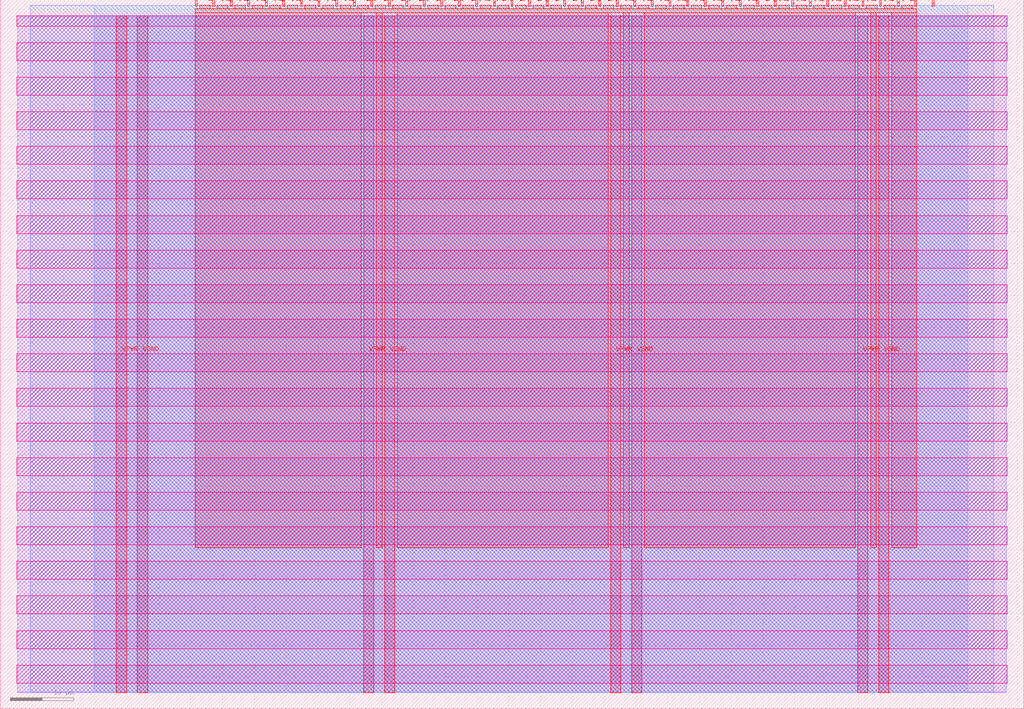
<source format=lef>
VERSION 5.7 ;
  NOWIREEXTENSIONATPIN ON ;
  DIVIDERCHAR "/" ;
  BUSBITCHARS "[]" ;
MACRO tt_um_hack_cpu
  CLASS BLOCK ;
  FOREIGN tt_um_hack_cpu ;
  ORIGIN 0.000 0.000 ;
  SIZE 161.000 BY 111.520 ;
  PIN VGND
    DIRECTION INOUT ;
    USE GROUND ;
    PORT
      LAYER met4 ;
        RECT 21.580 2.480 23.180 109.040 ;
    END
    PORT
      LAYER met4 ;
        RECT 60.450 2.480 62.050 109.040 ;
    END
    PORT
      LAYER met4 ;
        RECT 99.320 2.480 100.920 109.040 ;
    END
    PORT
      LAYER met4 ;
        RECT 138.190 2.480 139.790 109.040 ;
    END
  END VGND
  PIN VPWR
    DIRECTION INOUT ;
    USE POWER ;
    PORT
      LAYER met4 ;
        RECT 18.280 2.480 19.880 109.040 ;
    END
    PORT
      LAYER met4 ;
        RECT 57.150 2.480 58.750 109.040 ;
    END
    PORT
      LAYER met4 ;
        RECT 96.020 2.480 97.620 109.040 ;
    END
    PORT
      LAYER met4 ;
        RECT 134.890 2.480 136.490 109.040 ;
    END
  END VPWR
  PIN clk
    DIRECTION INPUT ;
    USE SIGNAL ;
    ANTENNAGATEAREA 0.852000 ;
    PORT
      LAYER met4 ;
        RECT 143.830 110.520 144.130 111.520 ;
    END
  END clk
  PIN ena
    DIRECTION INPUT ;
    USE SIGNAL ;
    PORT
      LAYER met4 ;
        RECT 146.590 110.520 146.890 111.520 ;
    END
  END ena
  PIN rst_n
    DIRECTION INPUT ;
    USE SIGNAL ;
    ANTENNAGATEAREA 0.196500 ;
    PORT
      LAYER met4 ;
        RECT 141.070 110.520 141.370 111.520 ;
    END
  END rst_n
  PIN ui_in[0]
    DIRECTION INPUT ;
    USE SIGNAL ;
    ANTENNAGATEAREA 0.126000 ;
    PORT
      LAYER met4 ;
        RECT 138.310 110.520 138.610 111.520 ;
    END
  END ui_in[0]
  PIN ui_in[1]
    DIRECTION INPUT ;
    USE SIGNAL ;
    PORT
      LAYER met4 ;
        RECT 135.550 110.520 135.850 111.520 ;
    END
  END ui_in[1]
  PIN ui_in[2]
    DIRECTION INPUT ;
    USE SIGNAL ;
    PORT
      LAYER met4 ;
        RECT 132.790 110.520 133.090 111.520 ;
    END
  END ui_in[2]
  PIN ui_in[3]
    DIRECTION INPUT ;
    USE SIGNAL ;
    PORT
      LAYER met4 ;
        RECT 130.030 110.520 130.330 111.520 ;
    END
  END ui_in[3]
  PIN ui_in[4]
    DIRECTION INPUT ;
    USE SIGNAL ;
    PORT
      LAYER met4 ;
        RECT 127.270 110.520 127.570 111.520 ;
    END
  END ui_in[4]
  PIN ui_in[5]
    DIRECTION INPUT ;
    USE SIGNAL ;
    PORT
      LAYER met4 ;
        RECT 124.510 110.520 124.810 111.520 ;
    END
  END ui_in[5]
  PIN ui_in[6]
    DIRECTION INPUT ;
    USE SIGNAL ;
    PORT
      LAYER met4 ;
        RECT 121.750 110.520 122.050 111.520 ;
    END
  END ui_in[6]
  PIN ui_in[7]
    DIRECTION INPUT ;
    USE SIGNAL ;
    PORT
      LAYER met4 ;
        RECT 118.990 110.520 119.290 111.520 ;
    END
  END ui_in[7]
  PIN uio_in[0]
    DIRECTION INPUT ;
    USE SIGNAL ;
    PORT
      LAYER met4 ;
        RECT 116.230 110.520 116.530 111.520 ;
    END
  END uio_in[0]
  PIN uio_in[1]
    DIRECTION INPUT ;
    USE SIGNAL ;
    PORT
      LAYER met4 ;
        RECT 113.470 110.520 113.770 111.520 ;
    END
  END uio_in[1]
  PIN uio_in[2]
    DIRECTION INPUT ;
    USE SIGNAL ;
    ANTENNAGATEAREA 0.196500 ;
    PORT
      LAYER met4 ;
        RECT 110.710 110.520 111.010 111.520 ;
    END
  END uio_in[2]
  PIN uio_in[3]
    DIRECTION INPUT ;
    USE SIGNAL ;
    PORT
      LAYER met4 ;
        RECT 107.950 110.520 108.250 111.520 ;
    END
  END uio_in[3]
  PIN uio_in[4]
    DIRECTION INPUT ;
    USE SIGNAL ;
    ANTENNAGATEAREA 0.196500 ;
    PORT
      LAYER met4 ;
        RECT 105.190 110.520 105.490 111.520 ;
    END
  END uio_in[4]
  PIN uio_in[5]
    DIRECTION INPUT ;
    USE SIGNAL ;
    ANTENNAGATEAREA 0.196500 ;
    PORT
      LAYER met4 ;
        RECT 102.430 110.520 102.730 111.520 ;
    END
  END uio_in[5]
  PIN uio_in[6]
    DIRECTION INPUT ;
    USE SIGNAL ;
    PORT
      LAYER met4 ;
        RECT 99.670 110.520 99.970 111.520 ;
    END
  END uio_in[6]
  PIN uio_in[7]
    DIRECTION INPUT ;
    USE SIGNAL ;
    ANTENNAGATEAREA 0.159000 ;
    PORT
      LAYER met4 ;
        RECT 96.910 110.520 97.210 111.520 ;
    END
  END uio_in[7]
  PIN uio_oe[0]
    DIRECTION OUTPUT ;
    USE SIGNAL ;
    ANTENNADIFFAREA 0.445500 ;
    PORT
      LAYER met4 ;
        RECT 49.990 110.520 50.290 111.520 ;
    END
  END uio_oe[0]
  PIN uio_oe[1]
    DIRECTION OUTPUT ;
    USE SIGNAL ;
    ANTENNADIFFAREA 0.445500 ;
    PORT
      LAYER met4 ;
        RECT 47.230 110.520 47.530 111.520 ;
    END
  END uio_oe[1]
  PIN uio_oe[2]
    DIRECTION OUTPUT ;
    USE SIGNAL ;
    ANTENNADIFFAREA 0.445500 ;
    PORT
      LAYER met4 ;
        RECT 44.470 110.520 44.770 111.520 ;
    END
  END uio_oe[2]
  PIN uio_oe[3]
    DIRECTION OUTPUT ;
    USE SIGNAL ;
    ANTENNADIFFAREA 0.445500 ;
    PORT
      LAYER met4 ;
        RECT 41.710 110.520 42.010 111.520 ;
    END
  END uio_oe[3]
  PIN uio_oe[4]
    DIRECTION OUTPUT ;
    USE SIGNAL ;
    ANTENNADIFFAREA 0.445500 ;
    PORT
      LAYER met4 ;
        RECT 38.950 110.520 39.250 111.520 ;
    END
  END uio_oe[4]
  PIN uio_oe[5]
    DIRECTION OUTPUT ;
    USE SIGNAL ;
    ANTENNADIFFAREA 0.445500 ;
    PORT
      LAYER met4 ;
        RECT 36.190 110.520 36.490 111.520 ;
    END
  END uio_oe[5]
  PIN uio_oe[6]
    DIRECTION OUTPUT ;
    USE SIGNAL ;
    ANTENNADIFFAREA 0.445500 ;
    PORT
      LAYER met4 ;
        RECT 33.430 110.520 33.730 111.520 ;
    END
  END uio_oe[6]
  PIN uio_oe[7]
    DIRECTION OUTPUT ;
    USE SIGNAL ;
    ANTENNADIFFAREA 0.445500 ;
    PORT
      LAYER met4 ;
        RECT 30.670 110.520 30.970 111.520 ;
    END
  END uio_oe[7]
  PIN uio_out[0]
    DIRECTION OUTPUT ;
    USE SIGNAL ;
    ANTENNADIFFAREA 0.795200 ;
    PORT
      LAYER met4 ;
        RECT 72.070 110.520 72.370 111.520 ;
    END
  END uio_out[0]
  PIN uio_out[1]
    DIRECTION OUTPUT ;
    USE SIGNAL ;
    ANTENNADIFFAREA 0.445500 ;
    PORT
      LAYER met4 ;
        RECT 69.310 110.520 69.610 111.520 ;
    END
  END uio_out[1]
  PIN uio_out[2]
    DIRECTION OUTPUT ;
    USE SIGNAL ;
    ANTENNADIFFAREA 0.445500 ;
    PORT
      LAYER met4 ;
        RECT 66.550 110.520 66.850 111.520 ;
    END
  END uio_out[2]
  PIN uio_out[3]
    DIRECTION OUTPUT ;
    USE SIGNAL ;
    ANTENNADIFFAREA 0.445500 ;
    PORT
      LAYER met4 ;
        RECT 63.790 110.520 64.090 111.520 ;
    END
  END uio_out[3]
  PIN uio_out[4]
    DIRECTION OUTPUT ;
    USE SIGNAL ;
    ANTENNADIFFAREA 0.445500 ;
    PORT
      LAYER met4 ;
        RECT 61.030 110.520 61.330 111.520 ;
    END
  END uio_out[4]
  PIN uio_out[5]
    DIRECTION OUTPUT ;
    USE SIGNAL ;
    ANTENNADIFFAREA 0.445500 ;
    PORT
      LAYER met4 ;
        RECT 58.270 110.520 58.570 111.520 ;
    END
  END uio_out[5]
  PIN uio_out[6]
    DIRECTION OUTPUT ;
    USE SIGNAL ;
    ANTENNADIFFAREA 0.795200 ;
    PORT
      LAYER met4 ;
        RECT 55.510 110.520 55.810 111.520 ;
    END
  END uio_out[6]
  PIN uio_out[7]
    DIRECTION OUTPUT ;
    USE SIGNAL ;
    ANTENNADIFFAREA 0.445500 ;
    PORT
      LAYER met4 ;
        RECT 52.750 110.520 53.050 111.520 ;
    END
  END uio_out[7]
  PIN uo_out[0]
    DIRECTION OUTPUT ;
    USE SIGNAL ;
    ANTENNADIFFAREA 0.445500 ;
    PORT
      LAYER met4 ;
        RECT 94.150 110.520 94.450 111.520 ;
    END
  END uo_out[0]
  PIN uo_out[1]
    DIRECTION OUTPUT ;
    USE SIGNAL ;
    ANTENNADIFFAREA 0.445500 ;
    PORT
      LAYER met4 ;
        RECT 91.390 110.520 91.690 111.520 ;
    END
  END uo_out[1]
  PIN uo_out[2]
    DIRECTION OUTPUT ;
    USE SIGNAL ;
    ANTENNADIFFAREA 0.445500 ;
    PORT
      LAYER met4 ;
        RECT 88.630 110.520 88.930 111.520 ;
    END
  END uo_out[2]
  PIN uo_out[3]
    DIRECTION OUTPUT ;
    USE SIGNAL ;
    ANTENNADIFFAREA 0.445500 ;
    PORT
      LAYER met4 ;
        RECT 85.870 110.520 86.170 111.520 ;
    END
  END uo_out[3]
  PIN uo_out[4]
    DIRECTION OUTPUT ;
    USE SIGNAL ;
    ANTENNADIFFAREA 0.445500 ;
    PORT
      LAYER met4 ;
        RECT 83.110 110.520 83.410 111.520 ;
    END
  END uo_out[4]
  PIN uo_out[5]
    DIRECTION OUTPUT ;
    USE SIGNAL ;
    ANTENNADIFFAREA 0.445500 ;
    PORT
      LAYER met4 ;
        RECT 80.350 110.520 80.650 111.520 ;
    END
  END uo_out[5]
  PIN uo_out[6]
    DIRECTION OUTPUT ;
    USE SIGNAL ;
    ANTENNADIFFAREA 0.445500 ;
    PORT
      LAYER met4 ;
        RECT 77.590 110.520 77.890 111.520 ;
    END
  END uo_out[6]
  PIN uo_out[7]
    DIRECTION OUTPUT ;
    USE SIGNAL ;
    ANTENNADIFFAREA 0.445500 ;
    PORT
      LAYER met4 ;
        RECT 74.830 110.520 75.130 111.520 ;
    END
  END uo_out[7]
  OBS
      LAYER nwell ;
        RECT 2.570 107.385 158.430 108.990 ;
        RECT 2.570 101.945 158.430 104.775 ;
        RECT 2.570 96.505 158.430 99.335 ;
        RECT 2.570 91.065 158.430 93.895 ;
        RECT 2.570 85.625 158.430 88.455 ;
        RECT 2.570 80.185 158.430 83.015 ;
        RECT 2.570 74.745 158.430 77.575 ;
        RECT 2.570 69.305 158.430 72.135 ;
        RECT 2.570 63.865 158.430 66.695 ;
        RECT 2.570 58.425 158.430 61.255 ;
        RECT 2.570 52.985 158.430 55.815 ;
        RECT 2.570 47.545 158.430 50.375 ;
        RECT 2.570 42.105 158.430 44.935 ;
        RECT 2.570 36.665 158.430 39.495 ;
        RECT 2.570 31.225 158.430 34.055 ;
        RECT 2.570 25.785 158.430 28.615 ;
        RECT 2.570 20.345 158.430 23.175 ;
        RECT 2.570 14.905 158.430 17.735 ;
        RECT 2.570 9.465 158.430 12.295 ;
        RECT 2.570 4.025 158.430 6.855 ;
      LAYER li1 ;
        RECT 2.760 2.635 158.240 108.885 ;
      LAYER met1 ;
        RECT 2.760 2.480 158.240 109.040 ;
      LAYER met2 ;
        RECT 4.700 2.535 156.300 110.685 ;
      LAYER met3 ;
        RECT 14.785 2.555 152.195 110.665 ;
      LAYER met4 ;
        RECT 31.370 110.120 33.030 110.665 ;
        RECT 34.130 110.120 35.790 110.665 ;
        RECT 36.890 110.120 38.550 110.665 ;
        RECT 39.650 110.120 41.310 110.665 ;
        RECT 42.410 110.120 44.070 110.665 ;
        RECT 45.170 110.120 46.830 110.665 ;
        RECT 47.930 110.120 49.590 110.665 ;
        RECT 50.690 110.120 52.350 110.665 ;
        RECT 53.450 110.120 55.110 110.665 ;
        RECT 56.210 110.120 57.870 110.665 ;
        RECT 58.970 110.120 60.630 110.665 ;
        RECT 61.730 110.120 63.390 110.665 ;
        RECT 64.490 110.120 66.150 110.665 ;
        RECT 67.250 110.120 68.910 110.665 ;
        RECT 70.010 110.120 71.670 110.665 ;
        RECT 72.770 110.120 74.430 110.665 ;
        RECT 75.530 110.120 77.190 110.665 ;
        RECT 78.290 110.120 79.950 110.665 ;
        RECT 81.050 110.120 82.710 110.665 ;
        RECT 83.810 110.120 85.470 110.665 ;
        RECT 86.570 110.120 88.230 110.665 ;
        RECT 89.330 110.120 90.990 110.665 ;
        RECT 92.090 110.120 93.750 110.665 ;
        RECT 94.850 110.120 96.510 110.665 ;
        RECT 97.610 110.120 99.270 110.665 ;
        RECT 100.370 110.120 102.030 110.665 ;
        RECT 103.130 110.120 104.790 110.665 ;
        RECT 105.890 110.120 107.550 110.665 ;
        RECT 108.650 110.120 110.310 110.665 ;
        RECT 111.410 110.120 113.070 110.665 ;
        RECT 114.170 110.120 115.830 110.665 ;
        RECT 116.930 110.120 118.590 110.665 ;
        RECT 119.690 110.120 121.350 110.665 ;
        RECT 122.450 110.120 124.110 110.665 ;
        RECT 125.210 110.120 126.870 110.665 ;
        RECT 127.970 110.120 129.630 110.665 ;
        RECT 130.730 110.120 132.390 110.665 ;
        RECT 133.490 110.120 135.150 110.665 ;
        RECT 136.250 110.120 137.910 110.665 ;
        RECT 139.010 110.120 140.670 110.665 ;
        RECT 141.770 110.120 143.430 110.665 ;
        RECT 30.655 109.440 144.145 110.120 ;
        RECT 30.655 25.335 56.750 109.440 ;
        RECT 59.150 25.335 60.050 109.440 ;
        RECT 62.450 25.335 95.620 109.440 ;
        RECT 98.020 25.335 98.920 109.440 ;
        RECT 101.320 25.335 134.490 109.440 ;
        RECT 136.890 25.335 137.790 109.440 ;
        RECT 140.190 25.335 144.145 109.440 ;
  END
END tt_um_hack_cpu
END LIBRARY


</source>
